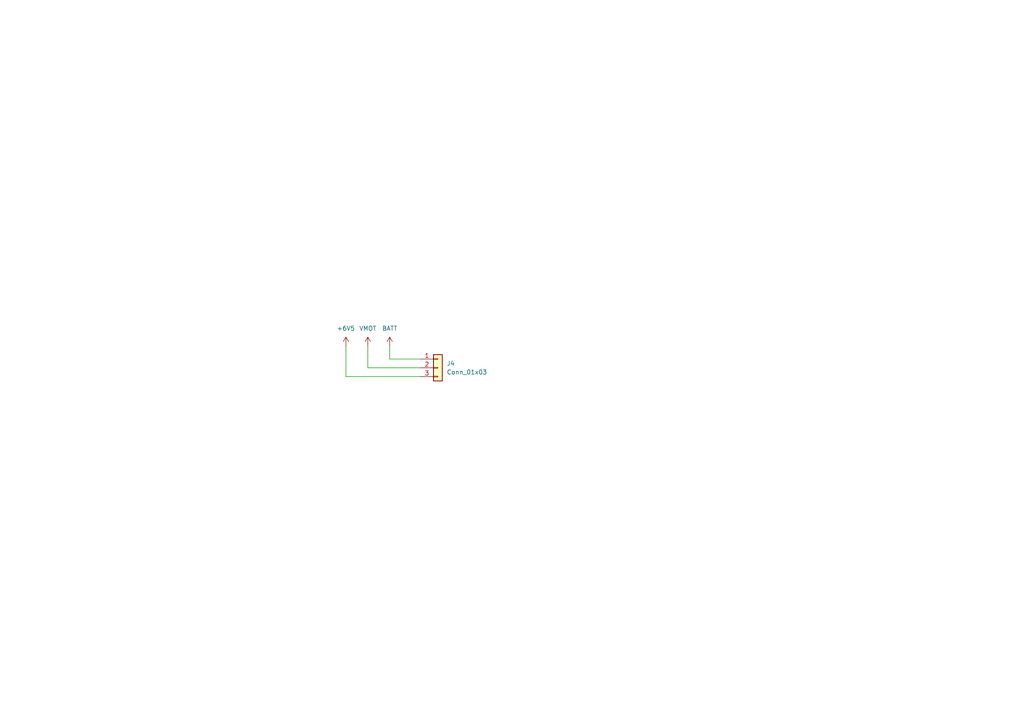
<source format=kicad_sch>
(kicad_sch
	(version 20250114)
	(generator "eeschema")
	(generator_version "9.0")
	(uuid "2fdd6aa2-b83e-4f28-b72f-f1b3c947b1f4")
	(paper "A4")
	(title_block
		(company "Astra Robotics")
	)
	(lib_symbols
		(symbol "Connector_Generic:Conn_01x03"
			(pin_names
				(offset 1.016)
				(hide yes)
			)
			(exclude_from_sim no)
			(in_bom yes)
			(on_board yes)
			(property "Reference" "J"
				(at 0 5.08 0)
				(effects
					(font
						(size 1.27 1.27)
					)
				)
			)
			(property "Value" "Conn_01x03"
				(at 0 -5.08 0)
				(effects
					(font
						(size 1.27 1.27)
					)
				)
			)
			(property "Footprint" ""
				(at 0 0 0)
				(effects
					(font
						(size 1.27 1.27)
					)
					(hide yes)
				)
			)
			(property "Datasheet" "~"
				(at 0 0 0)
				(effects
					(font
						(size 1.27 1.27)
					)
					(hide yes)
				)
			)
			(property "Description" "Generic connector, single row, 01x03, script generated (kicad-library-utils/schlib/autogen/connector/)"
				(at 0 0 0)
				(effects
					(font
						(size 1.27 1.27)
					)
					(hide yes)
				)
			)
			(property "ki_keywords" "connector"
				(at 0 0 0)
				(effects
					(font
						(size 1.27 1.27)
					)
					(hide yes)
				)
			)
			(property "ki_fp_filters" "Connector*:*_1x??_*"
				(at 0 0 0)
				(effects
					(font
						(size 1.27 1.27)
					)
					(hide yes)
				)
			)
			(symbol "Conn_01x03_1_1"
				(rectangle
					(start -1.27 3.81)
					(end 1.27 -3.81)
					(stroke
						(width 0.254)
						(type default)
					)
					(fill
						(type background)
					)
				)
				(rectangle
					(start -1.27 2.667)
					(end 0 2.413)
					(stroke
						(width 0.1524)
						(type default)
					)
					(fill
						(type none)
					)
				)
				(rectangle
					(start -1.27 0.127)
					(end 0 -0.127)
					(stroke
						(width 0.1524)
						(type default)
					)
					(fill
						(type none)
					)
				)
				(rectangle
					(start -1.27 -2.413)
					(end 0 -2.667)
					(stroke
						(width 0.1524)
						(type default)
					)
					(fill
						(type none)
					)
				)
				(pin passive line
					(at -5.08 2.54 0)
					(length 3.81)
					(name "Pin_1"
						(effects
							(font
								(size 1.27 1.27)
							)
						)
					)
					(number "1"
						(effects
							(font
								(size 1.27 1.27)
							)
						)
					)
				)
				(pin passive line
					(at -5.08 0 0)
					(length 3.81)
					(name "Pin_2"
						(effects
							(font
								(size 1.27 1.27)
							)
						)
					)
					(number "2"
						(effects
							(font
								(size 1.27 1.27)
							)
						)
					)
				)
				(pin passive line
					(at -5.08 -2.54 0)
					(length 3.81)
					(name "Pin_3"
						(effects
							(font
								(size 1.27 1.27)
							)
						)
					)
					(number "3"
						(effects
							(font
								(size 1.27 1.27)
							)
						)
					)
				)
			)
			(embedded_fonts no)
		)
		(symbol "power:+3V3"
			(power)
			(pin_numbers
				(hide yes)
			)
			(pin_names
				(offset 0)
				(hide yes)
			)
			(exclude_from_sim no)
			(in_bom yes)
			(on_board yes)
			(property "Reference" "#PWR"
				(at 0 -3.81 0)
				(effects
					(font
						(size 1.27 1.27)
					)
					(hide yes)
				)
			)
			(property "Value" "+3V3"
				(at 0 3.556 0)
				(effects
					(font
						(size 1.27 1.27)
					)
				)
			)
			(property "Footprint" ""
				(at 0 0 0)
				(effects
					(font
						(size 1.27 1.27)
					)
					(hide yes)
				)
			)
			(property "Datasheet" ""
				(at 0 0 0)
				(effects
					(font
						(size 1.27 1.27)
					)
					(hide yes)
				)
			)
			(property "Description" "Power symbol creates a global label with name \"+3V3\""
				(at 0 0 0)
				(effects
					(font
						(size 1.27 1.27)
					)
					(hide yes)
				)
			)
			(property "ki_keywords" "global power"
				(at 0 0 0)
				(effects
					(font
						(size 1.27 1.27)
					)
					(hide yes)
				)
			)
			(symbol "+3V3_0_1"
				(polyline
					(pts
						(xy -0.762 1.27) (xy 0 2.54)
					)
					(stroke
						(width 0)
						(type default)
					)
					(fill
						(type none)
					)
				)
				(polyline
					(pts
						(xy 0 2.54) (xy 0.762 1.27)
					)
					(stroke
						(width 0)
						(type default)
					)
					(fill
						(type none)
					)
				)
				(polyline
					(pts
						(xy 0 0) (xy 0 2.54)
					)
					(stroke
						(width 0)
						(type default)
					)
					(fill
						(type none)
					)
				)
			)
			(symbol "+3V3_1_1"
				(pin power_in line
					(at 0 0 90)
					(length 0)
					(name "~"
						(effects
							(font
								(size 1.27 1.27)
							)
						)
					)
					(number "1"
						(effects
							(font
								(size 1.27 1.27)
							)
						)
					)
				)
			)
			(embedded_fonts no)
		)
	)
	(wire
		(pts
			(xy 106.68 100.33) (xy 106.68 106.68)
		)
		(stroke
			(width 0)
			(type default)
		)
		(uuid "4dd86650-d83c-4a27-906f-e80d08664c99")
	)
	(wire
		(pts
			(xy 106.68 106.68) (xy 121.92 106.68)
		)
		(stroke
			(width 0)
			(type default)
		)
		(uuid "5f4d0e41-003f-416e-8101-359d8afbb9a0")
	)
	(wire
		(pts
			(xy 100.33 100.33) (xy 100.33 109.22)
		)
		(stroke
			(width 0)
			(type default)
		)
		(uuid "679c8993-f099-430c-8411-b5c4fcc49942")
	)
	(wire
		(pts
			(xy 113.03 100.33) (xy 113.03 104.14)
		)
		(stroke
			(width 0)
			(type default)
		)
		(uuid "97f572b9-cfc1-4c44-88f4-1dad6d056634")
	)
	(wire
		(pts
			(xy 100.33 109.22) (xy 121.92 109.22)
		)
		(stroke
			(width 0)
			(type default)
		)
		(uuid "a3a5e0ba-c9b3-4678-886f-9f00636fe708")
	)
	(wire
		(pts
			(xy 113.03 104.14) (xy 121.92 104.14)
		)
		(stroke
			(width 0)
			(type default)
		)
		(uuid "afe3c901-802a-4efb-bcd2-e1c05cc0d9b8")
	)
	(symbol
		(lib_id "power:+3V3")
		(at 113.03 100.33 0)
		(unit 1)
		(exclude_from_sim no)
		(in_bom yes)
		(on_board yes)
		(dnp no)
		(fields_autoplaced yes)
		(uuid "54b08101-bf8c-49c6-af4f-0596cfe9021a")
		(property "Reference" "#PWR064"
			(at 113.03 104.14 0)
			(effects
				(font
					(size 1.27 1.27)
				)
				(hide yes)
			)
		)
		(property "Value" "BATT"
			(at 113.03 95.25 0)
			(effects
				(font
					(size 1.27 1.27)
				)
			)
		)
		(property "Footprint" ""
			(at 113.03 100.33 0)
			(effects
				(font
					(size 1.27 1.27)
				)
				(hide yes)
			)
		)
		(property "Datasheet" ""
			(at 113.03 100.33 0)
			(effects
				(font
					(size 1.27 1.27)
				)
				(hide yes)
			)
		)
		(property "Description" "Power symbol creates a global label with name \"+3V3\""
			(at 113.03 100.33 0)
			(effects
				(font
					(size 1.27 1.27)
				)
				(hide yes)
			)
		)
		(pin "1"
			(uuid "d50553be-a940-427f-824e-dffe6b8a9a5c")
		)
		(instances
			(project ""
				(path "/6379cb09-8427-484b-8caa-23471c63c9c8/9d9017c4-6037-4187-819d-cbe052ef4496"
					(reference "#PWR064")
					(unit 1)
				)
			)
		)
	)
	(symbol
		(lib_id "power:+3V3")
		(at 106.68 100.33 0)
		(unit 1)
		(exclude_from_sim no)
		(in_bom yes)
		(on_board yes)
		(dnp no)
		(fields_autoplaced yes)
		(uuid "cde2aed8-3bcd-4115-9698-014138de5957")
		(property "Reference" "#PWR065"
			(at 106.68 104.14 0)
			(effects
				(font
					(size 1.27 1.27)
				)
				(hide yes)
			)
		)
		(property "Value" "VMOT"
			(at 106.68 95.25 0)
			(effects
				(font
					(size 1.27 1.27)
				)
			)
		)
		(property "Footprint" ""
			(at 106.68 100.33 0)
			(effects
				(font
					(size 1.27 1.27)
				)
				(hide yes)
			)
		)
		(property "Datasheet" ""
			(at 106.68 100.33 0)
			(effects
				(font
					(size 1.27 1.27)
				)
				(hide yes)
			)
		)
		(property "Description" "Power symbol creates a global label with name \"+3V3\""
			(at 106.68 100.33 0)
			(effects
				(font
					(size 1.27 1.27)
				)
				(hide yes)
			)
		)
		(pin "1"
			(uuid "139f1c33-2958-4253-874f-ecd46fbb5747")
		)
		(instances
			(project "MBot"
				(path "/6379cb09-8427-484b-8caa-23471c63c9c8/9d9017c4-6037-4187-819d-cbe052ef4496"
					(reference "#PWR065")
					(unit 1)
				)
			)
		)
	)
	(symbol
		(lib_id "Connector_Generic:Conn_01x03")
		(at 127 106.68 0)
		(unit 1)
		(exclude_from_sim no)
		(in_bom yes)
		(on_board yes)
		(dnp no)
		(fields_autoplaced yes)
		(uuid "fc6565cd-6a7f-4e38-ab1c-2b5db0cd19d0")
		(property "Reference" "J4"
			(at 129.54 105.4099 0)
			(effects
				(font
					(size 1.27 1.27)
				)
				(justify left)
			)
		)
		(property "Value" "Conn_01x03"
			(at 129.54 107.9499 0)
			(effects
				(font
					(size 1.27 1.27)
				)
				(justify left)
			)
		)
		(property "Footprint" "Connector_JST:JST_PH_B3B-PH-K_1x03_P2.00mm_Vertical"
			(at 127 106.68 0)
			(effects
				(font
					(size 1.27 1.27)
				)
				(hide yes)
			)
		)
		(property "Datasheet" "~"
			(at 127 106.68 0)
			(effects
				(font
					(size 1.27 1.27)
				)
				(hide yes)
			)
		)
		(property "Description" "Generic connector, single row, 01x03, script generated (kicad-library-utils/schlib/autogen/connector/)"
			(at 127 106.68 0)
			(effects
				(font
					(size 1.27 1.27)
				)
				(hide yes)
			)
		)
		(pin "2"
			(uuid "9ded14ad-431e-41a0-abae-1f4c0bb1875b")
		)
		(pin "1"
			(uuid "ae5bcbb8-4911-47c2-aacf-d5dc52c5058a")
		)
		(pin "3"
			(uuid "6d4b5af2-47a5-4d57-885a-61337cd8a1c9")
		)
		(instances
			(project ""
				(path "/6379cb09-8427-484b-8caa-23471c63c9c8/9d9017c4-6037-4187-819d-cbe052ef4496"
					(reference "J4")
					(unit 1)
				)
			)
		)
	)
	(symbol
		(lib_id "power:+3V3")
		(at 100.33 100.33 0)
		(unit 1)
		(exclude_from_sim no)
		(in_bom yes)
		(on_board yes)
		(dnp no)
		(fields_autoplaced yes)
		(uuid "fef12f5c-2d86-4730-9660-c89131b37769")
		(property "Reference" "#PWR066"
			(at 100.33 104.14 0)
			(effects
				(font
					(size 1.27 1.27)
				)
				(hide yes)
			)
		)
		(property "Value" "+6V5"
			(at 100.33 95.25 0)
			(effects
				(font
					(size 1.27 1.27)
				)
			)
		)
		(property "Footprint" ""
			(at 100.33 100.33 0)
			(effects
				(font
					(size 1.27 1.27)
				)
				(hide yes)
			)
		)
		(property "Datasheet" ""
			(at 100.33 100.33 0)
			(effects
				(font
					(size 1.27 1.27)
				)
				(hide yes)
			)
		)
		(property "Description" "Power symbol creates a global label with name \"+3V3\""
			(at 100.33 100.33 0)
			(effects
				(font
					(size 1.27 1.27)
				)
				(hide yes)
			)
		)
		(pin "1"
			(uuid "f4b7d274-d4f2-4c7f-a1ef-618422fefce0")
		)
		(instances
			(project "MBot"
				(path "/6379cb09-8427-484b-8caa-23471c63c9c8/9d9017c4-6037-4187-819d-cbe052ef4496"
					(reference "#PWR066")
					(unit 1)
				)
			)
		)
	)
)

</source>
